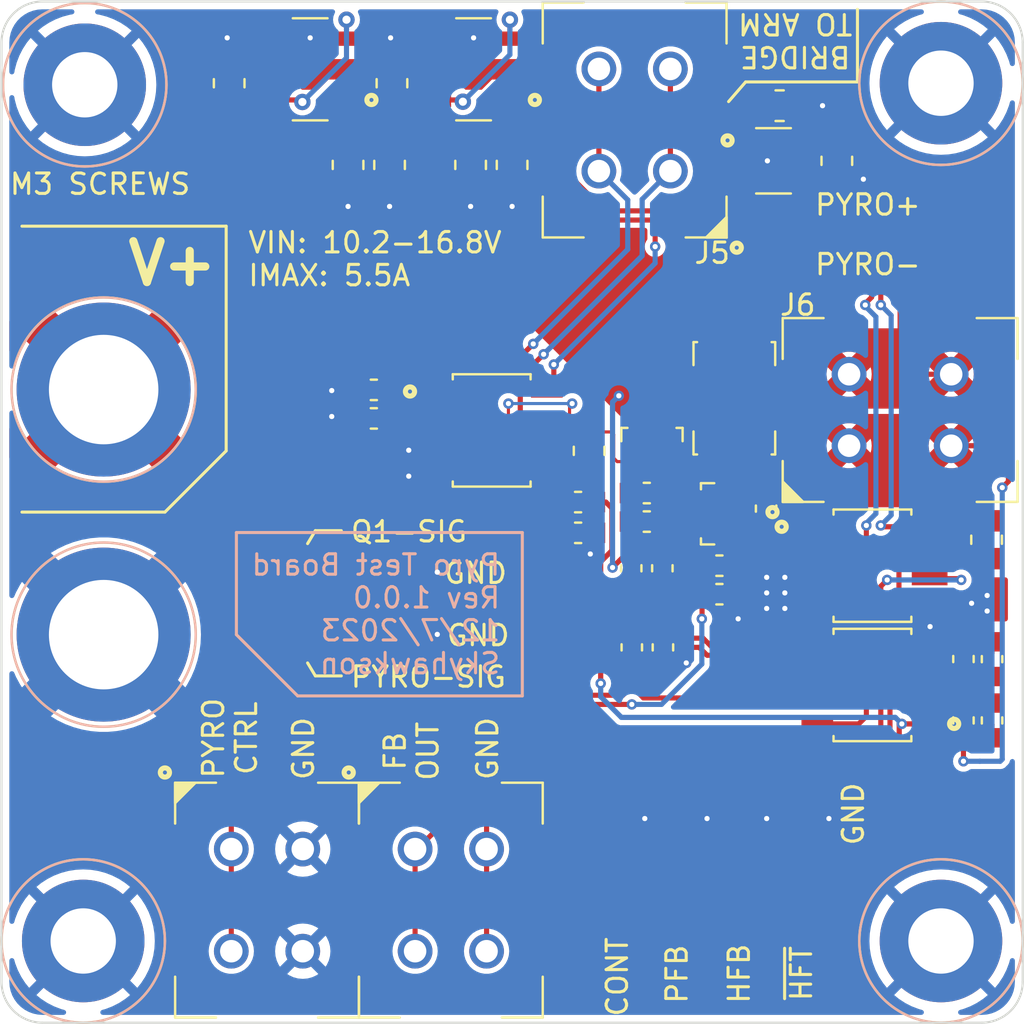
<source format=kicad_pcb>
(kicad_pcb (version 20221018) (generator pcbnew)
  (layers (0 "F.Cu" signal) (31 "B.Cu" signal) (34 "B.Paste" user) (35 "F.Paste" user) (36 "B.SilkS" user "B.Silkscreen") (37 "F.SilkS" user "F.Silkscreen") (38 "B.Mask" user) (39 "F.Mask" user) (44 "Edge.Cuts" user))
  (net 0 "")
  (net 1 "GND")
  (net 2 "+VPYRO")
  (net 3 "+12V")
  (net 4 "+3V3")
  (net 5 "Net-(Q1-B)")
  (net 6 "Net-(F1-Pad1)")
  (net 7 "Net-(F1-Pad2)")
  (net 8 "/Pyro Circuit/PYRO-CTRL")
  (net 9 "/Pyro Circuit/~{HALL-FAULT}")
  (net 10 "/Pyro Circuit/CONT_EN")
  (net 11 "/Pyro Circuit/FB_OUT")
  (net 12 "/Pyro Circuit/PYRO-SIG")
  (net 13 "Net-(Q2-E)")
  (net 14 "Net-(Q1-E)")
  (net 15 "Net-(Q3-G)")
  (net 16 "Net-(Q3-D)")
  (net 17 "/Pyro Circuit/PYRO-FB")
  (net 18 "Net-(U3B--)")
  (net 19 "Net-(U3B-+)")
  (net 20 "Net-(R10-Pad2)")
  (net 21 "/Pyro Circuit/ACS711-FB")
  (net 24 "Net-(U4B--)")
  (net 25 "+1V8")
  (net 26 "Net-(J5-Pad2)")
  (net 27 "Net-(R13-Pad1)")
  (net 28 "Net-(R14-Pad1)")
  (footprint "Skyhawkson_Footprints:GENERIC_0603_RES" (layer "F.Cu") (at 48.5 35.2 -90)
    (fp_text reference "R15" hide)
    (fp_text value "0R_0603" hide)
  )
  (footprint "Skyhawkson_Footprints:GENERIC_MH_M3" (layer "F.Cu") (at 4 46)
    (fp_text reference "MH2" hide)
    (fp_text value "M3_PTH" hide)
  )
  (footprint "Skyhawkson_Footprints:GENERIC_0603_RES" (layer "F.Cu") (at 35.151 29.02 180)
    (fp_text reference "R12" hide)
    (fp_text value "10K_0603" hide)
  )
  (footprint "Skyhawkson_Footprints:GENERIC_0805_CAP" (layer "F.Cu") (at 38.1 5.1 180)
    (fp_text reference "C10" hide)
    (fp_text value "1UF_0805" hide)
  )
  (footprint "Skyhawkson_Footprints:GENERIC_SOT-23" (layer "F.Cu") (at 31.849 21.527 90)
    (fp_text reference "Q1" hide)
    (fp_text value "MMBT2222A" hide)
  )
  (footprint "Skyhawkson_Footprints:GENERIC_SOT-23" (layer "F.Cu") (at 34.897 25.083 180)
    (fp_text reference "Q3" hide)
    (fp_text value "ONSEMI_BSS138" hide)
  )
  (footprint "Skyhawkson_Footprints:GENERIC_0805_CAP" (layer "F.Cu") (at 19 8 90)
    (fp_text reference "C2" hide)
    (fp_text value "1UF_0805" hide)
  )
  (footprint "Skyhawkson_Footprints:KEYSTONE_575-4" (layer "F.Cu") (at 5 19)
    (fp_text reference "J1" hide)
    (fp_text value "KEYSTONE_575-4" hide)
  )
  (footprint "Skyhawkson_Footprints:HARWIN_S1751-XX" (layer "F.Cu") (at 39 40 90)
    (fp_text reference "TP14" hide)
    (fp_text value "HARWIN_S1751-46" hide)
  )
  (footprint "Skyhawkson_Footprints:TOR_SOT-89-5" (layer "F.Cu") (at 23.114 3.319 180)
    (fp_text reference "U2" hide)
    (fp_text value "TOR_XC6702D331" hide)
  )
  (footprint "Skyhawkson_Footprints:GENERIC_0603_RES" (layer "F.Cu") (at 31.595 24.067 180)
    (fp_text reference "R10" hide)
    (fp_text value "1K33_0603" hide)
  )
  (footprint "Skyhawkson_Footprints:HARWIN_S1751-XX" (layer "F.Cu") (at 47 13)
    (fp_text reference "TP8" hide)
    (fp_text value "HARWIN_S1751-46" hide)
  )
  (footprint "Skyhawkson_Footprints:GENERIC_0603_RES" (layer "F.Cu") (at 18.23 20.412)
    (fp_text reference "R2" hide)
    (fp_text value "1K_0603" hide)
  )
  (footprint "Skyhawkson_Footprints:GENERIC_0603_RES" (layer "F.Cu") (at 28.23 24.51 180)
    (fp_text reference "R3" hide)
    (fp_text value "1K_0603" hide)
  )
  (footprint "Skyhawkson_Footprints:GENERIC_0805_CAP" (layer "F.Cu") (at 16.968 8 90)
    (fp_text reference "C3" hide)
    (fp_text value "1UF_0805" hide)
  )
  (footprint "Skyhawkson_Footprints:TOR_SOT-89-5" (layer "F.Cu") (at 15.113 3.319 180)
    (fp_text reference "U1" hide)
    (fp_text value "TOR_XC6702DC01" hide)
  )
  (footprint "Skyhawkson_Footprints:GENERIC_MH_M3" (layer "F.Cu") (at 4.075 4.075)
    (fp_text reference "MH1" hide)
    (fp_text value "M3_PTH" hide)
  )
  (footprint "Skyhawkson_Footprints:GENERIC_0603_RES" (layer "F.Cu") (at 30.861 31.623 90)
    (fp_text reference "R5" hide)
    (fp_text value "10K_0603" hide)
  )
  (footprint "Skyhawkson_Footprints:ALLEGRO_LC_(SOIC-8)" (layer "F.Cu") (at 42.644 27.623)
    (fp_text reference "U5" hide)
    (fp_text value "ALLEGRO_ACS711" hide)
  )
  (footprint "Skyhawkson_Footprints:HARWIN_S1751-XX" (layer "F.Cu") (at 36 40 90)
    (fp_text reference "TP13" hide)
    (fp_text value "HARWIN_S1751-46" hide)
  )
  (footprint "Skyhawkson_Footprints:GENERIC_0603_RES" (layer "F.Cu") (at 48.5 32.2 90)
    (fp_text reference "R17" hide)
    (fp_text value "49R9_0603" hide)
  )
  (footprint "Skyhawkson_Footprints:GENERIC_0603_RES" (layer "F.Cu") (at 28.233 26.015 180)
    (fp_text reference "R4" hide)
    (fp_text value "10K_0603" hide)
  )
  (footprint "Skyhawkson_Footprints:GENERIC_0603_RES" (layer "F.Cu") (at 47.1 32.195 90)
    (fp_text reference "R14" hide)
    (fp_text value "2K2_0603" hide)
  )
  (footprint "Skyhawkson_Footprints:GENERIC_MH_M3" (layer "F.Cu") (at 46 46)
    (fp_text reference "MH3" hide)
    (fp_text value "M3_PTH" hide)
  )
  (footprint "Skyhawkson_Footprints:KEYSTONE_575-4" (layer "F.Cu") (at 5 31)
    (fp_text reference "J2" hide)
    (fp_text value "KEYSTONE_575-4" hide)
  )
  (footprint "Skyhawkson_Footprints:GENERIC_0603_RES" (layer "F.Cu") (at 30.833 27.75 90)
    (fp_text reference "R6" hide)
    (fp_text value "10K_0603" hide)
  )
  (footprint "Skyhawkson_Footprints:TI_D0008A_(SOIC-8)" (layer "F.Cu") (at 42.644 33.465 180)
    (fp_text reference "U3" hide)
    (fp_text value "TI_LM358AMX/NOPB" hide)
  )
  (footprint "Skyhawkson_Footprints:GENERIC_0603_RES" (layer "F.Cu") (at 18.23 19.015)
    (fp_text reference "R1" hide)
    (fp_text value "1K_0603" hide)
  )
  (footprint "Skyhawkson_Footprints:PHOENIX_SPTAF1_2-3,5" (layer "F.Cu") (at 44 20 90)
    (fp_text reference "J6")
    (fp_text value "PHOENIX_SPTAF1/2-3,5" hide)
  )
  (footprint "Skyhawkson_Footprints:HARWIN_S1751-XX" (layer "F.Cu") (at 33 44 -90)
    (fp_text reference "TP11" hide)
    (fp_text value "HARWIN_S1751-46" hide)
  )
  (footprint "Skyhawkson_Footprints:GENERIC_0805_CAP" (layer "F.Cu") (at 40.9 7.8 90)
    (fp_text reference "C9" hide)
    (fp_text value "1UF_0805" hide)
  )
  (footprint "Skyhawkson_Footprints:GENERIC_0805_CAP" (layer "F.Cu") (at 22.968 8 90)
    (fp_text reference "C5" hide)
    (fp_text value "1UF_0805" hide)
  )
  (footprint "Skyhawkson_Footprints:HARWIN_S1751-XX" (layer "F.Cu") (at 15 28 180)
    (fp_text reference "TP5" hide)
    (fp_text value "HARWIN_S1751-46" hide)
  )
  (footprint "Skyhawkson_Footprints:HARWIN_S1751-XX" (layer "F.Cu") (at 30 40 90)
    (fp_text reference "TP3" hide)
    (fp_text value "HARWIN_S1751-46" hide)
  )
  (footprint "Skyhawkson_Footprints:TI_D0008A_(SOIC-8)" (layer "F.Cu") (at 24 21)
    (fp_text reference "U4" hide)
    (fp_text value "TI_LM358AMX/NOPB" hide)
  )
  (footprint "Skyhawkson_Footprints:GENERIC_0603_RES" (layer "F.Cu") (at 47.1 35.2 -90)
    (fp_text reference "R13" hide)
    (fp_text value "220R_0603" hide)
  )
  (footprint "Skyhawkson_Footprints:PHOENIX_SPTAF1_2-3,5" (layer "F.Cu") (at 31 5.802 180)
    (fp_text reference "J5")
    (fp_text value "PHOENIX_SPTAF1/2-3,5" hide)
  )
  (footprint "Skyhawkson_Footprints:HARWIN_S1751-XX" (layer "F.Cu") (at 47 10)
    (fp_text reference "TP7" hide)
    (fp_text value "HARWIN_S1751-46" hide)
  )
  (footprint "Skyhawkson_Footprints:HARWIN_S1751-XX" (layer "F.Cu") (at 36 44 -90)
    (fp_text reference "TP10" hide)
    (fp_text value "HARWIN_S1751-46" hide)
  )
  (footprint "Skyhawkson_Footprints:GENERIC_0603_RES" (layer "F.Cu") (at 32.385 31.623 90)
    (fp_text reference "R9" hide)
    (fp_text value "10K_0603" hide)
  )
  (footprint "Skyhawkson_Footprints:HARWIN_S1751-XX" (layer "F.Cu") (at 33 40 90)
    (fp_text reference "TP4" hide)
    (fp_text value "HARWIN_S1751-46" hide)
  )
  (footprint "Skyhawkson_Footprints:LF_0494_(0603)" (layer "F.Cu") (at 37.437 24.829 90)
    (fp_text reference "F1" hide)
    (fp_text value "LF_0494005" hide)
  )
  (footprint "Skyhawkson_Footprints:GENERIC_0805_CAP" (layer "F.Cu") (at 48.232 26.353 90)
    (fp_text reference "C8" hide)
    (fp_text value "1UF_0805" hide)
  )
  (footprint "Skyhawkson_Footprints:GENERIC_0603_RES" (layer "F.Cu") (at 32.357 27.75 90)
    (fp_text reference "R7" hide)
    (fp_text value "10K_0603" hide)
  )
  (footprint "Skyhawkson_Footprints:GENERIC_0603_RES" (layer "F.Cu") (at 31.595 25.464 180)
    (fp_text reference "R8" hide)
    (fp_text value "1K33_0603" hide)
  )
  (footprint "Skyhawkson_Footprints:MIC_SOT23-5LD-PL-1" (layer "F.Cu") (at 37.8 7.8)
    (fp_text reference "U6" hide)
    (fp_text value "MIC_MIC5504-1.8YM5" hide)
  )
  (footprint "Skyhawkson_Footprints:HARWIN_S1751-XX" (layer "F.Cu") (at 38.989 44 90)
    (fp_text reference "TP12" hide)
    (fp_text value "HARWIN_S1751-46" hide)
  )
  (footprint "Skyhawkson_Footprints:HARWIN_S1751-XX" (layer "F.Cu") (at 15 31)
    (fp_text reference "TP6" hide)
    (fp_text value "HARWIN_S1751-46" hide)
  )
  (footprint "Skyhawkson_Footprints:PHOENIX_SPTAF1_2-3,5" (layer "F.Cu") (at 22 44)
    (fp_text reference "J4" hide)
    (fp_text value "PHOENIX_SPTAF1/2-3,5" hide)
  )
  (footprint "Skyhawkson_Footprints:GENERIC_MH_M3" (layer "F.Cu") (at 46 4)
    (fp_text reference "MH4" hide)
    (fp_text value "M3_PTH" hide)
  )
  (footprint "Skyhawkson_Footprints:HARWIN_S1751-XX" (layer "F.Cu") (at 30 44 90)
    (fp_text reference "TP9" hide)
    (fp_text value "HARWIN_S1751-46" hide)
  )
  (footprint "Skyhawkson_Footprints:GENERIC_0805_CAP" (layer "F.Cu") (at 11.147 4 -90)
    (fp_text reference "C1" hide)
    (fp_text value "1UF_0805" hide)
  )
  (footprint "Skyhawkson_Footprints:GENERIC_0805_CAP" (layer "F.Cu") (at 25 8 90)
    (fp_text reference "C6" hide)
    (fp_text value "1UF_0805" hide)
  )
  (footprint "Skyhawkson_Footprints:GENERIC_0603_RES" (layer "F.Cu") (at 35.151 27.623 180)
    (fp_text reference "R11" hide)
    (fp_text value "10K_0603" hide)
  )
  (footprint "Skyhawkson_Footprints:GENERIC_0805_CAP" (layer "F.Cu") (at 28.771 22 -90)
    (fp_text reference "C7" hide)
    (fp_text value "1UF_0805" hide)
  )
  (footprint "Skyhawkson_Footprints:GENERIC_0805_CAP" (layer "F.Cu") (at 19.117 4 -90)
    (fp_text reference "C4" hide)
    (fp_text value "1UF_0805" hide)
  )
  (footprint "Skyhawkson_Footprints:DIODES_POWERDI5" (layer "F.Cu") (at 35.882 19.427 90)
    (fp_text reference "Q2" hide)
    (fp_text value "DXT2011P5-13" hide)
  )
  (footprint "Skyhawkson_Footprints:HARWIN_S1751-XX" (layer "F.Cu") (at 19 31)
    (fp_text reference "TP2" hide)
    (fp_text value "HARWIN_S1751-46" hide)
  )
  (footprint "Skyhawkson_Footprints:PHOENIX_SPTAF1_2-3,5" (layer "F.Cu") (at 13 44)
    (fp_text reference "J3" hide)
    (fp_text value "PHOENIX_SPTAF1/2-3,5" hide)
  )
  (footprint "Skyhawkson_Footprints:HARWIN_S1751-XX" (layer "F.Cu") (at 19 28)
    (fp_text reference "TP1" hide)
    (fp_text value "HARWIN_S1751-46" hide)
  )
  (gr_line (start 25.5 26) (end 24.5 26) (stroke (width 0.15)) (layer "B.SilkS"))
  (gr_line (start 25.5 34) (end 25.5 26) (stroke (width 0.15)) (layer "B.SilkS"))
  (gr_line (start 14.5 34) (end 25.5 34) (stroke (width 0.15)) (layer "B.SilkS"))
  (gr_line (start 24.5 26) (end 11.5 26) (stroke (width 0.15)) (layer "B.SilkS"))
  (gr_line (start 11.5 31) (end 14.5 34) (stroke (width 0.15)) (layer "B.SilkS"))
  (gr_line (start 11.5 26) (end 11.5 31) (stroke (width 0.15)) (layer "B.SilkS"))
  (gr_line (start 16.637 25.908) (end 15.367 25.908) (stroke (width 0.15)) (layer "F.SilkS"))
  (gr_line (start 8 25) (end 11 22) (stroke (width 0.15)) (layer "F.SilkS"))
  (gr_line (start 11 11) (end 1 11) (stroke (width 0.15)) (layer "F.SilkS"))
  (gr_line (start 16.637 33.02) (end 15.367 33.02) (stroke (width 0.15)) (layer "F.SilkS"))
  (gr_line (start 1 25) (end 8 25) (stroke (width 0.15)) (layer "F.SilkS"))
  (gr_line (start 11 22) (end 11 11) (stroke (width 0.15)) (layer "F.SilkS"))
  (gr_line (start 15.367 33.02) (end 14.986 32.385) (stroke (width 0.15)) (layer "F.SilkS"))
  (gr_line (start 41.91 3.937) (end 36.435 3.937) (stroke (width 0.15)) (layer "F.SilkS"))
  (gr_line (start 36.435 3.937) (end 35.6 4.9) (stroke (width 0.15)) (layer "F.SilkS"))
  (gr_line (start 41.91 0.381) (end 41.91 3.937) (stroke (width 0.15)) (layer "F.SilkS"))
  (gr_line (start 15.367 25.908) (end 14.986 26.543) (stroke (width 0.15)) (layer "F.SilkS"))
  (gr_line locked (start 2 0) (end 48 0) (stroke (width 0.1)) (layer "Edge.Cuts"))
  (gr_arc locked (start 50 48) (mid 49.414214 49.414214) (end 48 50) (stroke (width 0.1)) (layer "Edge.Cuts"))
  (gr_line locked (start 48 50) (end 2 50) (stroke (width 0.1)) (layer "Edge.Cuts"))
  (gr_line locked (start 0 48) (end 0 2) (stroke (width 0.1)) (layer "Edge.Cuts"))
  (gr_arc locked (start 2 50) (mid 0.585786 49.414214) (end 0 48) (stroke (width 0.1)) (layer "Edge.Cuts"))
  (gr_arc locked (start 48 0) (mid 49.414214 0.585786) (end 50 2) (stroke (width 0.1)) (layer "Edge.Cuts"))
  (gr_arc locked (start 0 2) (mid 0.585786 0.585786) (end 2 0) (stroke (width 0.1)) (layer "Edge.Cuts"))
  (gr_line locked (start 50 2) (end 50 48) (stroke (width 0.1)) (layer "Edge.Cuts"))
  (gr_text "Pyro Test Board\nRev 1.0.0\n12/7/2023\nSkyhawkson" (at 24.5 27) (layer "B.SilkS") (effects (font (size 1 1)) (justify left top mirror)))
  (gr_text "GND" (at 21.59 28.575) (layer "F.SilkS") (effects (font (size 1 1) (thickness 0.15) bold) (justify left bottom)))
  (gr_text "BRIDGE\nTO ARM" (at 38.862 0.508 180) (layer "F.SilkS") (effects (font (size 1 1) (thickness 0.15) bold) (justify bottom)))
  (gr_text "GND" (at 24.384 36.576 90) (layer "F.SilkS") (effects (font (size 1 1) (thickness 0.15) bold) (justify bottom)))
  (gr_text "PYRO-SIG" (at 17.018 33.655) (layer "F.SilkS") (effects (font (size 1 1) (thickness 0.15) bold) (justify left bottom)))
  (gr_text "~{HFT}" (at 39.751 49.022 90) (layer "F.SilkS") (effects (font (size 1 1) (thickness 0.15) bold) (justify left bottom)))
  (gr_text "GND" (at 15.367 36.576 90) (layer "F.SilkS") (effects (font (size 1 1) (thickness 0.15) bold) (justify bottom)))
  (gr_text "V+" (at 6 14) (layer "F.SilkS") (effects (font (size 2 2) (thickness 0.4) bold) (justify left bottom)))
  (gr_text "HFB" (at 36.703 49.149 90) (layer "F.SilkS") (effects (font (size 1 1) (thickness 0.15) bold) (justify left bottom)))
  (gr_text "M3 SCREWS" (at 4.826 9.525) (layer "F.SilkS") (effects (font (size 1 1) (thickness 0.15) bold) (justify bottom)))
  (gr_text "VIN: 10.2-16.8V\nIMAX: 5.5A" (at 12 14) (layer "F.SilkS") (effects (font (size 1 1) (thickness 0.15) bold) (justify left bottom)))
  (gr_text "Q1-SIG" (at 17.018 26.543) (layer "F.SilkS") (effects (font (size 1 1) (thickness 0.15) bold) (justify left bottom)))
  (gr_text "PYRO\nCTRL" (at 12.573 36.068 90) (layer "F.SilkS") (effects (font (size 1 1) (thickness 0.15) bold) (justify bottom)))
  (gr_text "FB\nOUT" (at 21.463 36.703 90) (layer "F.SilkS") (effects (font (size 1 1) (thickness 0.15) bold) (justify bottom)))
  (gr_text "PYRO-" (at 42.418 13.462) (layer "F.SilkS") (effects (font (size 1 1) (thickness 0.15) bold) (justify bottom)))
  (gr_text "GND" (at 21.717 31.623) (layer "F.SilkS") (effects (font (size 1 1) (thickness 0.15) bold) (justify left bottom)))
  (gr_text "PYRO+" (at 42.418 10.541) (layer "F.SilkS") (effects (font (size 1 1) (thickness 0.15) bold) (justify bottom)))
  (gr_text "GND" (at 42.291 41.402 90) (layer "F.SilkS") (effects (font (size 1 1)) (justify left bottom)))
  (gr_text "CONT" (at 30.734 49.784 90) (layer "F.SilkS") (effects (font (size 1 1) (thickness 0.15) bold) (justify left bottom)))
  (gr_text "PFB" (at 33.655 49.149 90) (layer "F.SilkS") (effects (font (size 1 1) (thickness 0.15) bold) (justify left bottom)))
  (segment (start 32.385 32.473) (end 33.44 32.473) (width 0.25) (layer "F.Cu") (net 1))
  (segment (start 33 40) (end 34.539 40) (width 0.1524) (layer "F.Cu") (net 1))
  (segment (start 16.261 20.412) (end 16.168 20.319) (width 0.1524) (layer "F.Cu") (net 1))
  (segment (start 48.26 28.448) (end 48.26 29.083) (width 0.254) (layer "F.Cu") (net 1))
  (segment (start 19.117 3.075) (end 19.117 1.845) (width 0.254) (layer "F.Cu") (net 1))
  (segment (start 40.508 40) (end 40.513 40.005) (width 0.1524) (layer "F.Cu") (net 1))
  (segment (start 11.147 3.075) (end 11.147 1.876) (width 0.254) (layer "F.Cu") (net 1))
  (segment (start 23.114 3.319) (end 23.114 1.778) (width 0.254) (layer "F.Cu") (net 1))
  (segment (start 15.113 3.319) (end 15.113 1.778) (width 0.254) (layer "F.Cu") (net 1))
  (segment (start 16.968 10.033) (end 16.968 8.925) (width 0.254) (layer "F.Cu") (net 1))
  (segment (start 17.38 20.412) (end 16.261 20.412) (width 0.1524) (layer "F.Cu") (net 1))
  (segment (start 40.9 8.725) (end 42.175 8.725) (width 0.25) (layer "F.Cu") (net 1))
  (segment (start 29.083 26.797) (end 28.829 27.051) (width 0.1524) (layer "F.Cu") (net 1))
  (segment (start 48.387 29.845) (end 48.26 29.845) (width 0.254) (layer "F.Cu") (net 1))
  (segment (start 45.344 30.729) (end 45.466 30.607) (width 0.254) (layer "F.Cu") (net 1))
  (segment (start 47.498 29.602) (end 47.3 29.8) (width 0.254) (layer "F.Cu") (net 1))
  (segment (start 36.525 7.8) (end 37.5 7.8) (width 0.25) (layer "F.Cu") (net 1))
  (segment (start 20.275 22.905) (end 21.3 22.905) (width 0.1524) (layer "F.Cu") (net 1))
  (segment (start 19 10.033) (end 19 8.925) (width 0.254) (layer "F.Cu") (net 1))
  (segment (start 36.001 30.159) (end 36.068 30.226) (width 0.254) (layer "F.Cu") (net 1))
  (segment (start 17.38 19.015) (end 16.202 19.015) (width 0.1524) (layer "F.Cu") (net 1))
  (segment (start 22.968 10.033) (end 22.968 8.925) (width 0.254) (layer "F.Cu") (net 1))
  (segment (start 36.001 29.02) (end 36.001 30.159) (width 0.254) (layer "F.Cu") (net 1))
  (segment (start 48.232 28.42) (end 48.26 28.448) (width 0.254) (layer "F.Cu") (net 1))
  (segment (start 19 31) (end 21.324 31) (width 0.254) (layer "F.Cu") (net 1))
  (segment (start 45.344 31.56) (end 45.344 30.729) (width 0.254) (layer "F.Cu") (net 1))
  (segment (start 47.1 30) (end 47.3 29.8) (width 0.25) (layer "F.Cu") (net 1))
  (segment (start 31.491 40) (end 31.496 40.005) (width 0.1524) (layer "F.Cu") (net 1))
  (segment (start 21.324 31) (end 21.336 30.988) (width 0.254) (layer "F.Cu") (net 1))
  (segment (start 47.1 31.345) (end 47.1 30) (width 0.25) (layer "F.Cu") (net 1))
  (segment (start 47.498 29.464) (end 47.498 29.602) (width 0.254) (layer "F.Cu") (net 1))
  (segment (start 20.275 21.635) (end 21.3 21.635) (width 0.1524) (layer "F.Cu") (net 1))
  (segment (start 16.202 19.015) (end 16.168 19.049) (width 0.1524) (layer "F.Cu") (net 1))
  (segment (start 48.232 27.278) (end 48.232 28.42) (width 0.254) (layer "F.Cu") (net 1))
  (segment (start 11.147 1.876) (end 11.049 1.778) (width 0.254) (layer "F.Cu") (net 1))
  (segment (start 33.44 32.473) (end 33.528 32.385) (width 0.25) (layer "F.Cu") (net 1))
  (segment (start 39 40) (end 40.508 40) (width 0.1524) (layer "F.Cu") (net 1))
  (segment (start 34.539 40) (end 34.544 40.005) (width 0.1524) (layer "F.Cu") (net 1))
  (segment (start 42.175 8.725) (end 42.2 8.7) (width 0.25) (layer "F.Cu") (net 1))
  (segment (start 37.46 40) (end 37.465 40.005) (width 0.1524) (layer "F.Cu") (net 1))
  (segment (start 19.939 23.241) (end 20.275 22.905) (width 0.1524) (layer "F.Cu") (net 1))
  (segment (start 29.083 26.015) (end 29.083 26.797) (width 0.1524) (layer "F.Cu") (net 1))
  (segment (start 19 28) (end 21.276 28) (width 0.254) (layer "F.Cu") (net 1))
  (segment (start 45.444 29.528) (end 46.927 29.528) (width 0.254) (layer "F.Cu") (net 1))
  (segment (start 36 40) (end 37.46 40) (width 0.1524) (layer "F.Cu") (net 1))
  (segment (start 30 40) (end 31.491 40) (width 0.1524) (layer "F.Cu") (net 1))
  (segment (start 39.025 5.1) (end 40.2 5.1) (width 0.25) (layer "F.Cu") (net 1))
  (segment (start 19.117 1.845) (end 19.05 1.778) (width 0.254) (layer "F.Cu") (net 1))
  (segment (start 46.991 29.464) (end 46.927 29.528) (width 0.254) (layer "F.Cu") (net 1))
  (segment (start 47.498 29.464) (end 46.991 29.464) (width 0.254) (layer "F.Cu") (net 1))
  (segment (start 19.939 21.971) (end 20.275 21.635) (width 0.1524) (layer "F.Cu") (net 1))
  (segment (start 21.276 28) (end 21.336 27.94) (width 0.254) (layer "F.Cu") (net 1))
  (segment (start 25 10.033) (end 25 8.925) (width 0.254) (layer "F.Cu") (net 1))
  (via (at 48.26 29.845) (size 0.508) (drill 0.254) (layers "F.Cu" "B.Cu") (net 1))
  (via (at 15.113 1.778) (size 0.508) (drill 0.254) (layers "F.Cu" "B.Cu") (net 1))
  (via (at 16.168 20.319) (size 0.508) (drill 0.254) (layers "F.Cu" "B.Cu") (net 1))
  (via (at 37.465 29.718) (size 0.508) (drill 0.254) (layers "F.Cu" "B.Cu") (net 1))
  (via (at 16.968 10.033) (size 0.508) (drill 0.254) (layers "F.Cu" "B.Cu") (net 1))
  (via (at 37.465 28.956) (size 0.508) (drill 0.254) (layers "F.Cu" "B.Cu") (net 1))
  (via (at 21.336 30.988) (size 0.508) (drill 0.254) (layers "F.Cu" "B.Cu") (net 1))
  (via (at 22.968 10.033) (size 0.508) (drill 0.254) (layers "F.Cu" "B.Cu") (net 1))
  (via (at 38.354 29.718) (size 0.508) (drill 0.254) (layers "F.Cu" "B.Cu") (net 1))
  (via (at 47.498 29.464) (size 0.508) (drill 0.254) (layers "F.Cu" "B.Cu") (net 1))
  (via (at 34.544 40.005) (size 0.508) (drill 0.254) (layers "F.Cu" "B.Cu") (net 1))
  (via (at 23.114 1.778) (size 0.508) (drill 0.254) (layers "F.Cu" "B.Cu") (net 1))
  (via (at 28.829 27.051) (size 0.508) (drill 0.254) (layers "F.Cu" "B.Cu") (net 1))
  (via (at 19.939 21.971) (size 0.508) (drill 0.254) (layers "F.Cu" "B.Cu") (net 1))
  (via (at 45.466 30.607) (size 0.508) (drill 0.254) (layers "F.Cu" "B.Cu") (net 1))
  (via (at 33.528 32.385) (size 0.508) (drill 0.254) (layers "F.Cu" "B.Cu") (net 1))
  (via (at 48.26 29.083) (size 0.508) (drill 0.254) (layers "F.Cu" "B.Cu") (net 1))
  (via (at 40.513 40.005) (size 0.508) (drill 0.254) (layers "F.Cu" "B.Cu") (net 1))
  (via (at 40.2 5.1) (size 0.508) (drill 0.254) (layers "F.Cu" "B.Cu") (net 1))
  (via (at 11.049 1.778) (size 0.508) (drill 0.254) (layers "F.Cu" "B.Cu") (net 1))
  (via (at 38.354 28.956) (size 0.508) (drill 0.254) (layers "F.Cu" "B.Cu") (net 1))
  (via (at 25 10.033) (size 0.508) (drill 0.254) (layers "F.Cu" "B.Cu") (net 1))
  (via (at 36.068 30.226) (size 0.508) (drill 0.254) (layers "F.Cu" "B.Cu") (net 1))
  (via (at 37.465 40.005) (size 0.508) (drill 0.254) (layers "F.Cu" "B.Cu") (net 1))
  (via (at 42.2 8.7) (size 0.508) (drill 0.254) (layers "F.Cu" "B.Cu") (net 1))
  (via (at 37.5 7.8) (size 0.508) (drill 0.254) (layers "F.Cu" "B.Cu") (net 1))
  (via (at 38.354 28.194) (size 0.508) (drill 0.254) (layers "F.Cu" "B.Cu") (net 1))
  (via (at 21.336 27.94) (size 0.508) (drill 0.254) (layers "F.Cu" "B.Cu") (net 1))
  (via (at 31.496 40.005) (size 0.508) (drill 0.254) (layers "F.Cu" "B.Cu") (net 1))
  (via (at 19.939 23.241) (size 0.508) (drill 0.254) (layers "F.Cu" "B.Cu") (net 1))
  (via (at 19 10.033) (size 0.508) (drill 0.254) (layers "F.Cu" "B.Cu") (net 1))
  (via (at 19.05 1.778) (size 0.508) (drill 0.254) (layers "F.Cu" "B.Cu") (net 1))
  (via (at 37.465 28.194) (size 0.508) (drill 0.254) (layers "F.Cu" "B.Cu") (net 1))
  (via (at 16.168 19.049) (size 0.508) (drill 0.254) (layers "F.Cu" "B.Cu") (net 1))
  (segment (start 16.891 1.747) (end 16.963 1.819) (width 0.25) (layer "F.Cu") (net 2))
  (segment (start 30.833 26.9) (end 30.732976 26.9) (width 0.254) (layer "F.Cu") (net 2))
  (segment (start 14.6325 4.819) (end 14.732 4.9185) (width 0.25) (layer "F.Cu") (net 2))
  (segment (start 30.732976 26.9) (end 29.9175 27.715476) (width 0.254) (layer "F.Cu") (net 2))
  (segment (start 30.833 26.9) (end 30.833 25.552) (width 0.254) (layer "F.Cu") (net 2))
  (segment (start 16.891 0.889) (end 16.891 1.747) (width 0.25) (layer "F.Cu") (net 2))
  (segment (start 30.833 25.552) (end 30.745 25.464) (width 0.254) (layer "F.Cu") (net 2))
  (segment (start 13.263 4.819) (end 14.6325 4.819) (width 0.25) (layer "F.Cu") (net 2))
  (via (at 29.9175 27.715476) (size 0.508) (drill 0.254) (layers "F.Cu" "B.Cu") (net 2))
  (via (at 30.226 19.304) (size 0.508) (drill 0.254) (layers "F.Cu" "B.Cu") (net 2))
  (via (at 14.732 4.9185) (size 0.8) (drill 0.4) (layers "F.Cu" "B.Cu") (net 2))
  (via (at 16.891 0.889) (size 0.8) (drill 0.4) (layers "F.Cu" "B.Cu") (net 2))
  (segment (start 14.732 4.9185) (end 16.891 2.7595) (width 0.25) (layer "B.Cu") (net 2))
  (segment (start 29.9175 27.715476) (end 29.9175 19.6125) (width 0.254) (layer "B.Cu") (net 2))
  (segment (start 16.891 2.7595) (end 16.891 0.889) (width 0.25) (layer "B.Cu") (net 2))
  (segment (start 29.9175 19.6125) (end 30.226 19.304) (width 0.254) (layer "B.Cu") (net 2))
  (segment (start 24.892 1.747) (end 24.964 1.819) (width 0.25) (layer "F.Cu") (net 3))
  (segment (start 32.004 10.704) (end 32 10.7) (width 0.25) (layer "F.Cu") (net 3))
  (segment (start 20.701 10.287) (end 21.114 10.7) (width 0.25) (layer "F.Cu") (net 3))
  (segment (start 27.04328 18.75172) (end 26.7 19.095) (width 0.25) (layer "F.Cu") (net 3))
  (segment (start 32 10.7) (end 41.9 10.7) (width 0.25) (layer "F.Cu") (net 3))
  (segment (start 20.41 7.075) (end 20.701 7.366) (width 0.25) (layer "F.Cu") (net 3))
  (segment (start 42.345497 34.997503) (end 41.973 35.37) (width 0.25) (layer "F.Cu") (net 3))
  (segment (start 42.603 14.478) (end 42.291 14.79) (width 0.25) (layer "F.Cu") (net 3))
  (segment (start 22.502753 4.819) (end 22.589098 4.905345) (width 0.25) (layer "F.Cu") (net 3))
  (segment (start 41.973 35.37) (end 39.944 35.37) (width 0.25) (layer "F.Cu") (net 3))
  (segment (start 24.892 0.889) (end 24.892 1.747) (width 0.25) (layer "F.Cu") (net 3))
  (segment (start 42.603 11.403) (end 42.603 14.478) (width 0.25) (layer "F.Cu") (net 3))
  (segment (start 42.345497 25.654) (end 42.345497 34.997503) (width 0.25) (layer "F.Cu") (net 3))
  (segment (start 21.264 4.819) (end 22.502753 4.819) (width 0.25) (layer "F.Cu") (net 3))
  (segment (start 20.701 7.366) (end 20.701 10.287) (width 0.25) (layer "F.Cu") (net 3))
  (segment (start 42.291 14.79) (end 42.291 14.859) (width 0.25) (layer "F.Cu") (net 3))
  (segment (start 27.04328 17.77228) (end 27.04328 18.75172) (width 0.25) (layer "F.Cu") (net 3))
  (segment (start 32.004 12) (end 32.004 10.704) (width 0.25) (layer "F.Cu") (net 3))
  (segment (start 21.114 10.7) (end 32 10.7) (width 0.25) (layer "F.Cu") (net 3))
  (segment (start 19 7.075) (end 20.41 7.075) (width 0.25) (layer "F.Cu") (net 3))
  (segment (start 41.9 10.7) (end 42.603 11.403) (width 0.25) (layer "F.Cu") (net 3))
  (via (at 42.291 14.859) (size 0.508) (drill 0.254) (layers "F.Cu" "B.Cu") (net 3))
  (via (at 27.04328 17.77228) (size 0.508) (drill 0.254) (layers "F.Cu" "B.Cu") (net 3))
  (via (at 32.004 12) (size 0.508) (drill 0.254) (layers "F.Cu" "B.Cu") (net 3))
  (via (at 42.345497 25.654) (size 0.508) (drill 0.254) (layers "F.Cu" "B.Cu") (net 3))
  (via (at 24.892 0.889) (size 0.8) (drill 0.4) (layers "F.Cu" "B.Cu") (net 3))
  (via (at 22.589098 4.905345) (size 0.8) (drill 0.4) (layers "F.Cu" "B.Cu") (net 3))
  (segment (start 42.291 14.91583) (end 42.81317 15.438) (width 0.25) (layer "B.Cu") (net 3))
  (segment (start 32.004 12) (end 32.004 12.81156) (width 0.25) (layer "B.Cu") (net 3))
  (segment (start 42.345497 25.542673) (end 42.345497 25.654) (width 0.25) (layer "B.Cu") (net 3))
  (segment (start 22.589098 4.905345) (end 24.892 2.602443) (width 0.25) (layer "B.Cu") (net 3))
  (segment (start 24.892 2.602443) (end 24.892 0.889) (width 0.25) (layer "B.Cu") (net 3))
  (segment (start 42.81317 25.075) (end 42.580085 25.308085) (width 0.25) (layer "B.Cu") (net 3))
  (segment (start 42.580085 25.308085) (end 42.345497 25.542673) (width 0.25) (layer "B.Cu") (net 3))
  (segment (start 32.004 12.81156) (end 27.04328 17.77228) (width 0.25) (layer "B.Cu") (net 3))
  (segment (start 42.291 14.859) (end 42.291 14.91583) (width 0.25) (layer "B.Cu") (net 3))
  (segment (start 42.81317 15.438) (end 42.81317 25.075) (width 0.25) (layer "B.Cu") (net 3))
  (segment (start 42.086396 10.25) (end 34.7 10.25) (width 0.25) (layer "F.Cu") (net 4))
  (segment (start 43.053 11.216604) (end 42.086396 10.25) (width 0.25) (layer "F.Cu") (net 4))
  (segment (start 28.075 8.788701) (end 28.075 8.771) (width 0.25) (layer "F.Cu") (net 4))
  (segment (start 46.926 25.718) (end 45.444 25.718) (width 0.254) (layer "F.Cu") (net 4))
  (segment (start 36.525 8.75) (end 34.75 8.75) (width 0.25) (layer "F.Cu") (net 4))
  (segment (start 48.232 25.428) (end 47.216 25.428) (width 0.254) (layer "F.Cu") (net 4))
  (segment (start 37.175 6.325) (end 37.175 5.1) (width 0.25) (layer "F.Cu") (net 4))
  (segment (start 45.444 25.718) (end 43.117 25.718) (width 0.254) (layer "F.Cu") (net 4))
  (segment (start 47.216 25.428) (end 46.926 25.718) (width 0.254) (layer "F.Cu") (net 4))
  (segment (start 36.65 6.85) (end 37.175 6.325) (width 0.25) (layer "F.Cu") (net 4))
  (segment (start 43.053 14.859) (end 43.053 11.216604) (width 0.25) (layer "F.Cu") (net 4))
  (segment (start 28.075 8.771) (end 26.379 7.075) (width 0.25) (layer "F.Cu") (net 4))
  (segment (start 34.7 5.9) (end 34.7 8.7) (width 0.25) (layer "F.Cu") (net 4))
  (segment (start 43.117 25.718) (end 43.053 25.654) (width 0.254) (layer "F.Cu") (net 4))
  (segment (start 37.175 5.1) (end 35.5 5.1) (width 0.25) (layer "F.Cu") (net 4))
  (segment (start 29.536299 10.25) (end 28.075 8.788701) (width 0.25) (layer "F.Cu") (net 4))
  (segment (start 26.379 7.075) (end 25 7.075) (width 0.25) (layer "F.Cu") (net 4))
  (segment (start 34.7 10.25) (end 29.536299 10.25) (width 0.25) (layer "F.Cu") (net 4))
  (segment (start 35.5 5.1) (end 34.7 5.9) (width 0.25) (layer "F.Cu") (net 4))
  (segment (start 34.7 8.7) (end 34.7 10.25) (width 0.25) (layer "F.Cu") (net 4))
  (segment (start 34.75 8.75) (end 34.7 8.7) (width 0.25) (layer "F.Cu") (net 4))
  (segment (start 36.525 6.85) (end 36.65 6.85) (width 0.25) (layer "F.Cu") (net 4))
  (via (at 43.053 25.654) (size 0.508) (drill 0.254) (layers "F.Cu" "B.Cu") (net 4))
  (via (at 43.053 14.859) (size 0.508) (drill 0.254) (layers "F.Cu" "B.Cu") (net 4))
  (segment (start 43.053 14.859) (end 43.561 15.367) (width 0.25) (layer "B.Cu") (net 4))
  (segment (start 43.561 15.367) (end 43.561 25.146) (width 0.25) (layer "B.Cu") (net 4))
  (segment (start 43.561 25.146) (end 43.053 25.654) (width 0.25) (layer "B.Cu") (net 4))
  (segment (start 29.972 22.352) (end 30.147 22.527) (width 0.1524) (layer "F.Cu") (net 5))
  (segment (start 15.24 26.416) (end 15 26.656) (width 0.1524) (layer "F.Cu") (net 5))
  (segment (start 29.972 21.209) (end 29.972 22.352) (width 0.1524) (layer "F.Cu") (net 5))
  (segment (start 15 26.656) (end 15 28) (width 0.1524) (layer "F.Cu") (net 5))
  (segment (start 24.13 26.416) (end 15.24 26.416) (width 0.1524) (layer "F.Cu") (net 5))
  (segment (start 27.813 20.365) (end 28.66 20.365) (width 0.1524) (layer "F.Cu") (net 5))
  (segment (start 27.813 20.365) (end 27.813 19.812) (width 0.1524) (layer "F.Cu") (net 5))
  (segment (start 26.7 20.365) (end 27.813 20.365) (width 0.1524) (layer "F.Cu") (net 5))
  (segment (start 28.771 21.075) (end 29.838 21.075) (width 0.1524) (layer "F.Cu") (net 5))
  (segment (start 24.8195 25.7265) (end 24.13 26.416) (width 0.1524) (layer "F.Cu") (net 5))
  (segment (start 24.8195 19.685) (end 24.8195 25.7265) (width 0.1524) (layer "F.Cu") (net 5))
  (segment (start 28.66 20.365) (end 28.771 20.476) (width 0.1524) (layer "F.Cu") (net 5))
  (segment (start 30.147 22.527) (end 30.899 22.527) (width 0.1524) (layer "F.Cu") (net 5))
  (segment (start 28.771 20.476) (end 28.771 21.075) (width 0.1524) (layer "F.Cu") (net 5))
  (segment (start 27.813 19.812) (end 27.94 19.685) (width 0.1524) (layer "F.Cu") (net 5))
  (segment (start 29.838 21.075) (end 29.972 21.209) (width 0.1524) (layer "F.Cu") (net 5))
  (via (at 24.8195 19.685) (size 0.508) (drill 0.254) (layers "F.Cu" "B.Cu") (net 5))
  (via (at 27.94 19.685) (size 0.508) (drill 0.254) (layers "F.Cu" "B.Cu") (net 5))
  (segment (start 27.94 19.685) (end 24.8195 19.685) (width 0.1524) (layer "B.Cu") (net 5))
  (segment (start 48.25 21.75) (end 46.5 21.75) (width 0.254) (layer "F.Cu") (net 7))
  (segment (start 47 14) (end 48.848 15.848) (width 0.254) (layer "F.Cu") (net 7))
  (segment (start 48.848 21.152) (end 48.25 21.75) (width 0.254) (layer "F.Cu") (net 7))
  (segment (start 48.848 15.848) (end 48.848 21.152) (width 0.254) (layer "F.Cu") (net 7))
  (segment (start 46.5 21.75) (end 47.25 21.75) (width 0.25) (layer "F.Cu") (net 7))
  (segment (start 47 13) (end 47 14) (width 0.254) (layer "F.Cu") (net 7))
  (segment (start 11.25 24.564) (end 11.25 41.5) (width 0.254) (layer "F.Cu") (net 8))
  (segment (start 19.371341 21.717) (end 14.097 21.717) (width 0.254) (layer "F.Cu") (net 8))
  (segment (start 21.3 20.365) (end 20.723341 20.365) (width 0.254) (layer "F.Cu") (net 8))
  (segment (start 11.25 41.5) (end 11.25 46.5) (width 0.25) (layer "F.Cu") (net 8))
  (segment (start 20.723341 20.365) (end 19.371341 21.717) (width 0.254) (layer "F.Cu") (net 8))
  (segment (start 14.097 21.717) (end 11.25 24.564) (width 0.254) (layer "F.Cu") (net 8))
  (segment (start 46.927 28.258) (end 46.99 28.321) (width 0.25) (layer "F.Cu") (net 9))
  (segment (start 38.989 45.834) (end 38.989 44) (width 0.25) (layer "F.Cu") (net 9))
  (segment (start 40.881 43.82238) (end 40.881 46.23538) (width 0.25) (layer "F.Cu") (net 9))
  (segment (start 43.053 41.65038) (end 40.881 43.82238) (width 0.25) (layer "F.Cu") (net 9))
  (segment (start 43.3635 28.321) (end 43.053 28.6315) (width 0.25) (layer "F.Cu") (net 9))
  (segment (start 39.497 46.342) (end 38.989 45.834) (width 0.25) (layer "F.Cu") (net 9))
  (segment (start 40.77438 46.342) (end 39.497 46.342) (width 0.25) (layer "F.Cu") (net 9))
  (segment (start 45.444 28.258) (end 46.927 28.258) (width 0.25) (layer "F.Cu") (net 9))
  (segment (start 43.053 28.6315) (end 43.053 41.65038) (width 0.25) (layer "F.Cu") (net 9))
  (segment (start 40.881 46.23538) (end 40.77438 46.342) (width 0.25) (layer "F.Cu") (net 9))
  (via (at 46.99 28.321) (size 0.508) (drill 0.254) (layers "F.Cu" "B.Cu") (net 9))
  (via (at 43.3635 28.321) (size 0.508) (drill 0.254) (layers "F.Cu" "B.Cu") (net 9))
  (segment (start 46.99 28.321) (end 43.3635 28.321) (width 0.25) (layer "B.Cu") (net 9))
  (segment (start 23.75 38.735396) (end 23.75 41.5) (width 0.25) (layer "F.Cu") (net 10))
  (segment (start 34.301 29.02) (end 34.301 30.215) (width 0.25) (layer "F.Cu") (net 10))
  (segment (start 28.068396 34.417) (end 23.75 38.735396) (width 0.25) (layer "F.Cu") (net 10))
  (segment (start 34.301 27.623) (end 34.301 29.02) (width 0.25) (layer "F.Cu") (net 10))
  (segment (start 30.861 34.417) (end 28.068396 34.417) (width 0.25) (layer "F.Cu") (net 10))
  (segment (start 34.301 30.215) (end 34.29 30.226) (width 0.25) (layer "F.Cu") (net 10))
  (segment (start 23.808 44) (end 23.75 43.942) (width 0.254) (layer "F.Cu") (net 10))
  (segment (start 30 44) (end 23.808 44) (width 0.254) (layer "F.Cu") (net 10))
  (segment (start 23.75 41.5) (end 23.75 43.942) (width 0.25) (layer "F.Cu") (net 10))
  (segment (start 23.75 43.942) (end 23.75 46.5) (width 0.25) (layer "F.Cu") (net 10))
  (via (at 34.29 30.226) (size 0.508) (drill 0.254) (layers "F.Cu" "B.Cu") (net 10))
  (via (at 30.861 34.417) (size 0.508) (drill 0.254) (layers "F.Cu" "B.Cu") (net 10))
  (segment (start 32.31483 34.417) (end 30.861 34.417) (width 0.25) (layer "B.Cu") (net 10))
  (segment (start 34.29 30.226) (end 34.29 32.44183) (width 0.25) (layer "B.Cu") (net 10))
  (segment (start 34.29 32.44183) (end 32.31483 34.417) (width 0.25) (layer "B.Cu") (net 10))
  (segment (start 30.861 33.528) (end 30.422 33.967) (width 0.25) (layer "F.Cu") (net 11))
  (segment (start 31.433 34.1) (end 30.861 33.528) (width 0.25) (layer "F.Cu") (net 11))
  (segment (start 30.861 33.528) (end 30.861 32.473) (width 0.25) (layer "F.Cu") (net 11))
  (segment (start 20.349 41.5) (end 20.25 41.5) (width 0.25) (layer "F.Cu") (net 11))
  (segment (start 27.882 33.967) (end 20.349 41.5) (width 0.25) (layer "F.Cu") (net 11))
  (segment (start 39.944 34.1) (end 31.433 34.1) (width 0.25) (layer "F.Cu") (net 11))
  (segment (start 30.422 33.967) (end 27.882 33.967) (width 0.25) (layer "F.Cu") (net 11))
  (segment (start 20.25 41.5) (end 20.25 46.5) (width 0.25) (layer "F.Cu") (net 11))
  (segment (start 25.4 22.9) (end 25.4 25.781) (width 0.254) (layer "F.Cu") (net 12))
  (segment (start 25.405 22.905) (end 25.4 22.9) (width 0.25) (layer "F.Cu") (net 12))
  (segment (start 25.4 26.035) (end 21.971 29.464) (width 0.254) (layer "F.Cu") (net 12))
  (segment (start 32.75 8.302) (end 32.75 3.302) (width 0.254) (layer "F.Cu") (net 12))
  (segment (start 25.4 21.635) (end 25.4 18.415) (width 0.254) (layer "F.Cu") (net 12))
  (segment (start 25.4 18.415) (end 26.543 17.272) (width 0.254) (layer "F.Cu") (net 12))
  (segment (start 15.113 30.887) (end 15 31) (width 0.254) (layer "F.Cu") (net 12))
  (segment (start 25.4 25.781) (end 25.654 26.035) (width 0.254) (layer "F.Cu") (net 12))
  (segment (start 21.971 29.464) (end 15.367 29.464) (width 0.254) (layer "F.Cu") (net 12))
  (segment (start 15.113 29.718) (end 15.113 30.887) (width 0.254) (layer "F.Cu") (net 12))
  (segment (start 15.367 29.464) (end 15.113 29.718) (width 0.254) (layer "F.Cu") (net 12))
  (segment (start 26.7 22.905) (end 25.405 22.905) (width 0.25) (layer "F.Cu") (net 12))
  (segment (start 25.4 25.781) (end 25.4 26.035) (width 0.254) (layer "F.Cu") (net 12))
  (segment (start 25.4 21.635) (end 25.4 22.9) (width 0.254) (layer "F.Cu") (net 12))
  (segment (start 27.363 26.035) (end 27.383 26.015) (width 0.254) (layer "F.Cu") (net 12))
  (segment (start 25.654 26.035) (end 27.363 26.035) (width 0.254) (layer "F.Cu") (net 12))
  (via (at 26.543 17.272) (size 0.508) (drill 0.254) (layers "F.Cu" "B.Cu") (net 12))
  (segment (start 31.369 12.446) (end 26.543 17.272) (width 0.254) (layer "B.Cu") (net 12))
  (segment (start 31.369 9.683) (end 31.369 12.446) (width 0.254) (layer "B.Cu") (net 12))
  (segment (start 31.369 9.683) (end 32.75 8.302) (width 0.254) (layer "B.Cu") (net 12))
  (segment (start 36.5 22.591) (end 36.802 22.289) (width 0.25) (layer "F.Cu") (net 13))
  (segment (start 45.25 18.25) (end 46.5 18.25) (width 0.254) (layer "F.Cu") (net 13))
  (segment (start 35.897 24.133) (end 35.967 24.133) (width 0.25) (layer "F.Cu") (net 13))
  (segment (start 45 10) (end 44 11) (width 0.254) (layer "F.Cu") (net 13))
  (segment (start 36.5 23.6) (end 36.5 22.591) (width 0.25) (layer "F.Cu") (net 13))
  (segment (start 35.967 24.133) (end 36.5 23.6) (width 0.25) (layer "F.Cu") (net 13))
  (segment (start 47 10) (end 45 10) (width 0.254) (layer "F.Cu") (net 13))
  (segment (start 44 11) (end 44 17) (width 0.254) (layer "F.Cu") (net 13))
  (segment (start 44 17) (end 45.25 18.25) (width 0.254) (layer "F.Cu") (net 13))
  (segment (start 34.724 22.527) (end 34.962 22.289) (width 0.25) (layer "F.Cu") (net 14))
  (segment (start 32.799 22.527) (end 34.724 22.527) (width 0.25) (layer "F.Cu") (net 14))
  (segment (start 36.001 26.137) (end 35.897 26.033) (width 0.254) (layer "F.Cu") (net 15))
  (segment (start 36.001 27.623) (end 36.001 26.137) (width 0.254) (layer "F.Cu") (net 15))
  (segment (start 33.897 25.083) (end 33.897 24.499) (width 0.254) (layer "F.Cu") (net 16))
  (segment (start 33.897 24.499) (end 33.465 24.067) (width 0.254) (layer "F.Cu") (net 16))
  (segment (start 33.465 24.067) (end 32.445 24.067) (width 0.254) (layer "F.Cu") (net 16))
  (segment (start 45.344 35.37) (end 43.955 35.37) (width 0.254) (layer "F.Cu") (net 17))
  (segment (start 29.885 24.805) (end 29.59 24.51) (width 0.254) (layer "F.Cu") (net 17))
  (segment (start 48.5 36.05) (end 48.5 35.4) (width 0.25) (layer "F.Cu") (net 17))
  (segment (start 48.35 35.25) (end 45.464 35.25) (width 0.25) (layer "F.Cu") (net 17))
  (segment (start 48.5 35.4) (end 48.35 35.25) (width 0.25) (layer "F.Cu") (net 17))
  (segment (start 29.885 26.884) (end 29.885 24.805) (width 0.254) (layer "F.Cu") (net 17))
  (segment (start 41.783 44.196) (end 41.783 46.609) (width 0.254) (layer "F.Cu") (net 17))
  (segment (start 29.59 24.51) (end 29.08 24.51) (width 0.254) (layer "F.Cu") (net 17))
  (segment (start 34.036 47.244) (end 33 46.208) (width 0.254) (layer "F.Cu") (net 17))
  (segment (start 45.464 35.25) (end 45.344 35.37) (width 0.25) (layer "F.Cu") (net 17))
  (segment (start 41.783 46.609) (end 41.148 47.244) (width 0.254) (layer "F.Cu") (net 17))
  (segment (start 29.337 27.432) (end 29.885 26.884) (width 0.254) (layer "F.Cu") (net 17))
  (segment (start 43.955 35.37) (end 43.955 42.024) (width 0.254) (layer "F.Cu") (net 17))
  (segment (start 41.148 47.244) (end 34.036 47.244) (width 0.254) (layer "F.Cu") (net 17))
  (segment (start 43.955 42.024) (end 41.783 44.196) (width 0.254) (layer "F.Cu") (net 17))
  (segment (start 44.0815 35.37) (end 43.955 35.37) (width 0.254) (layer "F.Cu") (net 17))
  (segment (start 29.337 33.3885) (end 29.337 27.432) (width 0.254) (layer "F.Cu") (net 17))
  (segment (start 33 46.208) (end 33 44) (width 0.254) (layer "F.Cu") (net 17))
  (via (at 29.337 33.3885) (size 0.508) (drill 0.254) (layers "F.Cu" "B.Cu") (net 17))
  (via (at 44.0815 35.37) (size 0.508) (drill 0.254) (layers "F.Cu" "B.Cu") (net 17))
  (segment (start 44.0815 35.37) (end 43.7635 35.052) (width 0.254) (layer "B.Cu") (net 17))
  (segment (start 29.337 34.036) (end 29.337 33.3885) (width 0.254) (layer "B.Cu") (net 17))
  (segment (start 43.7635 35.052) (end 30.353 35.052) (width 0.254) (layer "B.Cu") (net 17))
  (segment (start 30.353 35.052) (end 29.337 34.036) (width 0.254) (layer "B.Cu") (net 17))
  (segment (start 39.047 32.83) (end 38.227 32.01) (width 0.25) (layer "F.Cu") (net 18))
  (segment (start 39.944 32.83) (end 39.047 32.83) (width 0.25) (layer "F.Cu") (net 18))
  (segment (start 38.227 32.01) (end 34.548604 32.01) (width 0.25) (layer "F.Cu") (net 18))
  (segment (start 30.861 28.628) (end 30.833 28.6) (width 0.25) (layer "F.Cu") (net 18))
  (segment (start 30.861 30.773) (end 30.861 28.628) (width 0.25) (layer "F.Cu") (net 18))
  (segment (start 34.161604 31.623) (end 31.711 31.623) (width 0.25) (layer "F.Cu") (net 18))
  (segment (start 34.548604 32.01) (end 34.161604 31.623) (width 0.25) (layer "F.Cu") (net 18))
  (segment (start 31.711 31.623) (end 30.861 30.773) (width 0.25) (layer "F.Cu") (net 18))
  (segment (start 34.348 31.173) (end 32.785 31.173) (width 0.25) (layer "F.Cu") (net 19))
  (segment (start 32.385 28.628) (end 32.357 28.6) (width 0.25) (layer "F.Cu") (net 19))
  (segment (start 32.785 31.173) (end 32.385 30.773) (width 0.25) (layer "F.Cu") (net 19))
  (segment (start 32.385 30.773) (end 32.385 28.628) (width 0.25) (layer "F.Cu") (net 19))
  (segment (start 34.735 31.56) (end 34.348 31.173) (width 0.25) (layer "F.Cu") (net 19))
  (segment (start 39.944 31.56) (end 34.735 31.56) (width 0.25) (layer "F.Cu") (net 19))
  (segment (start 31.514 24.765) (end 31.623 24.765) (width 0.254) (layer "F.Cu") (net 20))
  (segment (start 31.623 24.765) (end 32.322 25.464) (width 0.254) (layer "F.Cu") (net 20))
  (segment (start 30.745 24.067) (end 30.816 24.067) (width 0.254) (layer "F.Cu") (net 20))
  (segment (start 30.816 24.067) (end 31.514 24.765) (width 0.254) (layer "F.Cu") (net 20))
  (segment (start 32.357 25.552) (end 32.445 25.464) (width 0.254) (layer "F.Cu") (net 20))
  (segment (start 32.357 26.9) (end 32.357 25.552) (width 0.254) (layer "F.Cu") (net 20))
  (segment (start 32.322 25.464) (end 32.445 25.464) (width 0.254) (layer "F.Cu") (net 20))
  (segment (start 41.331 44.008776) (end 41.331 46.421776) (width 0.25) (layer "F.Cu") (net 21))
  (segment (start 43.942 32.2) (end 43.942 27.178) (width 0.25) (layer "F.Cu") (net 21))
  (segment (start 40.960776 46.792) (end 36.83 46.792) (width 0.25) (layer "F.Cu") (net 21))
  (segment (start 48.5 31.9) (end 48.215 32.185) (width 0.25) (layer "F.Cu") (net 21))
  (segment (start 36.83 46.792) (end 36 45.962) (width 0.25) (layer "F.Cu") (net 21))
  (segment (start 41.331 46.421776) (end 40.960776 46.792) (width 0.25) (layer "F.Cu") (net 21))
  (segment (start 48.5 31.35) (end 48.5 31.9) (width 0.25) (layer "F.Cu") (net 21))
  (segment (start 43.942 32.639) (end 43.942 32.2) (width 0.25) (layer "F.Cu") (net 21))
  (segment (start 43.942 33.147) (end 43.503 33.586) (width 0.25) (layer "F.Cu") (net 21))
  (segment (start 44.132 26.988) (end 45.444 26.988) (width 0.25) (layer "F.Cu") (net 21))
  (segment (start 48.215 32.185) (end 43.957 32.185) (width 0.25) (layer "F.Cu") (net 21))
  (segment (start 43.942 27.178) (end 44.132 26.988) (width 0.25) (layer "F.Cu") (net 21))
  (segment (start 43.957 32.185) (end 43.942 32.2) (width 0.25) (layer "F.Cu") (net 21))
  (segment (start 43.503 33.586) (end 43.503 41.836776) (width 0.25) (layer "F.Cu") (net 21))
  (segment (start 43.942 32.639) (end 43.942 33.147) (width 0.25) (layer "F.Cu") (net 21))
  (segment (start 43.503 41.836776) (end 41.331 44.008776) (width 0.25) (layer "F.Cu") (net 21))
  (segment (start 36 45.962) (end 36 44) (width 0.25) (layer "F.Cu") (net 21))
  (segment (start 28 22) (end 28.6 22) (width 0.25) (layer "F.Cu") (net 24))
  (segment (start 26.7 22.2) (end 26.78 22.28) (width 0.25) (layer "F.Cu") (net 24))
  (segment (start 28.2 24.3) (end 27.99 24.51) (width 0.25) (layer "F.Cu") (net 24))
  (segment (start 28.6 22) (end 28.771 22.171) (width 0.25) (layer "F.Cu") (net 24))
  (segment (start 28.771 22.171) (end 28.771 22.925) (width 0.25) (layer "F.Cu") (net 24))
  (segment (start 26.7 21.635) (end 26.7 22.2) (width 0.25) (layer "F.Cu") (net 24))
  (segment (start 27.72 22.28) (end 28 22) (width 0.25) (layer "F.Cu") (net 24))
  (segment (start 27.99 24.51) (end 27.38 24.51) (width 0.25) (layer "F.Cu") (net 24))
  (segment (start 28.771 22.925) (end 28.475 22.925) (width 0.25) (layer "F.Cu") (net 24))
  (segment (start 26.78 22.28) (end 27.72 22.28) (width 0.25) (layer "F.Cu") (net 24))
  (segment (start 28.475 22.925) (end 28.2 23.2) (width 0.25) (layer "F.Cu") (net 24))
  (segment (start 28.2 23.2) (end 28.2 24.3) (width 0.25) (layer "F.Cu") (net 24))
  (segment (start 49.3 8.7) (end 49 8.4) (width 0.25) (layer "F.Cu") (net 25))
  (segment (start 42.575 6.875) (end 40.9 6.875) (width 0.25) (layer "F.Cu") (net 25))
  (segment (start 44.1 8.4) (end 42.575 6.875) (width 0.25) (layer "F.Cu") (net 25))
  (segment (start 40.9 6.875) (end 39.1 6.875) (width 0.25) (layer "F.Cu") (net 25))
  (segment (start 49 23.8) (end 49.3 23.5) (width 0.25) (layer "F.Cu") (net 25))
  (segment (start 39.1 6.875) (end 39.075 6.85) (width 0.25) (layer "F.Cu") (net 25))
  (segment (start 49.3 23.5) (end 49.3 8.7) (width 0.25) (layer "F.Cu") (net 25))
  (segment (start 49 8.4) (end 44.1 8.4) (width 0.25) (layer "F.Cu") (net 25))
  (segment (start 47.1 36.05) (end 47.1 37.2) (width 0.25) (layer "F.Cu") (net 25))
  (via (at 49 23.8) (size 0.508) (drill 0.254) (layers "F.Cu" "B.Cu") (net 25))
  (via (at 47.1 37.2) (size 0.508) (drill 0.254) (layers "F.Cu" "B.Cu") (net 25))
  (segment (start 49 30.1) (end 49 23.8) (width 0.25) (layer "B.Cu") (net 25))
  (segment (start 49 37.1) (end 49 30.1) (width 0.25) (layer "B.Cu") (net 25))
  (segment (start 47.1 37.2) (end 47.9 37.2) (width 0.25) (layer "B.Cu") (net 25))
  (segment (start 47.9 37.2) (end 48.9 37.2) (width 0.25) (layer "B.Cu") (net 25))
  (segment (start 48.9 37.2) (end 49 37.1) (width 0.25) (layer "B.Cu") (net 25))
  (segment (start 21.3 19.095) (end 19.16 19.095) (width 0.1524) (layer "F.Cu") (net 26))
  (segment (start 19.16 19.095) (end 19.08 19.015) (width 0.1524) (layer "F.Cu") (net 26))
  (segment (start 26.035 16.764) (end 23.704 19.095) (width 0.254) (layer "F.Cu") (net 26))
  (segment (start 29.25 3.302) (end 29.25 8.302) (width 0.254) (layer "F.Cu") (net 26))
  (segment (start 19.08 20.412) (end 19.08 19.015) (width 0.1524) (layer "F.Cu") (net 26))
  (segment (start 23.704 19.095) (end 21.3 19.095) (width 0.254) (layer "F.Cu") (net 26))
  (via (at 26.035 16.764) (size 0.508) (drill 0.254) (layers "F.Cu" "B.Cu") (net 26))
  (segment (start 30.661497 9.713497) (end 29.25 8.302) (width 0.254) (layer "B.Cu") (net 26))
  (segment (start 30.661497 12.137503) (end 26.035 16.764) (width 0.254) (layer "B.Cu") (net 26))
  (segment (start 30.661497 9.713497) (end 30.661497 12.137503) (width 0.254) (layer "B.Cu") (net 26))
  (segment (start 46.4 34.2) (end 46.95 34.2) (width 0.25) (layer "F.Cu") (net 27))
  (segment (start 45.344 34.1) (end 46.3 34.1) (width 0.25) (layer "F.Cu") (net 27))
  (segment (start 46.3 34.1) (end 46.4 34.2) (width 0.25) (layer "F.Cu") (net 27))
  (segment (start 46.95 34.2) (end 47.1 34.35) (width 0.25) (layer "F.Cu") (net 27))
  (segment (start 47.1 34.35) (end 48.5 34.35) (width 0.25) (layer "F.Cu") (net 27))
  (segment (start 45.344 32.83) (end 46.885 32.83) (width 0.25) (layer "F.Cu") (net 28))
  (segment (start 48.5 33.05) (end 47.105 33.05) (width 0.25) (layer "F.Cu") (net 28))
  (segment (start 47.105 33.05) (end 47.1 33.045) (width 0.25) (layer "F.Cu") (net 28))
  (segment (start 46.885 32.83) (end 47.1 33.045) (width 0.25) (layer "F.Cu") (net 28))
  (zone (net 3) (net_name "+12V") (layer "F.Cu") (priority 7) (connect_pads thru_hole_only (clearance 0.254)) (min_thickness 0.25) (fill yes (thermal_gap 0.5) (thermal_bridge_width 0.5))
    (polygon (pts (xy 16.129 7.747) (xy 21.336 7.747) (xy 21.336 4.191) (xy 16.129 4.191)))
  )
  (zone (net 13) (net_name "Net-(Q2-E)") (layer "F.Cu") (priority 2) (connect_pads thru_hole_only (clearance 0.254)) (min_thickness 0.25) (fill yes (thermal_gap 0.254) (thermal_bridge_width 1))
    (polygon (pts (xy 36 21) (xy 36 23.254) (xy 37.685 23.2475) (xy 38.989 23.241) (xy 39.751 22.606) (xy 39.751 20) (xy 48 20) (xy 48 16) (xy 38.862 16.002) (xy 37.746 17) (xy 37.746 21)))
  )
  (zone (net 2) (net_name "+VPYRO") (layer "F.Cu") (priority 1) (connect_pads (clearance 0.254)) (min_thickness 0.25) (fill yes (thermal_gap 0.5) (thermal_bridge_width 2))
    (polygon (pts (xy 2 14) (xy 0 16) (xy 0 22) (xy 3 25) (xy 8 25) (xy 11 22) (xy 11 17) (xy 12 16) (xy 26 16) (xy 31 21) (xy 37.492 21) (xy 37.492 11) (xy 14 11) (xy 14 4) (xy 11 4)))
  )
  (zone (net 7) (net_name "Net-(F1-Pad2)") (layer "F.Cu") (priority 3) (connect_pads thru_hole_only (clearance 0.254)) (min_thickness 0.25) (fill yes (thermal_gap 0.254) (thermal_bridge_width 1))
    (polygon (pts (xy 48.006 20.193) (xy 48 24) (xy 47.117 24.765) (xy 38.227 24.765) (xy 36.83 24.765) (xy 36.83 23.495) (xy 38.989 23.495) (xy 40.005 22.606) (xy 40.005 20.193)))
  )
  (zone (net 1) (net_name "GND") (layer "F.Cu") (priority 5) (connect_pads (clearance 0.254)) (min_thickness 0.25) (fill yes (thermal_gap 0.125) (thermal_bridge_width 0.5))
    (polygon (pts (xy 40.132 27.813) (xy 40.132 30.099) (xy 37.338 30.099) (xy 37.084 29.845) (xy 37.084 28.067) (xy 37.338 27.813)))
  )
  (zone (net 6) (net_name "Net-(F1-Pad1)") (layer "F.Cu") (priority 4) (connect_pads (clearance 0.5)) (min_thickness 0.25) (fill yes (thermal_gap 0.125) (thermal_bridge_width 0.5))
    (polygon (pts (xy 36.83 25.019) (xy 36.83 26.162) (xy 38.227 27.305) (xy 40.132 27.305) (xy 40.132 25.019)))
  )
  (zone (net 4) (net_name "+3V3") (layer "F.Cu") (priority 8) (connect_pads thru_hole_only (clearance 0.254)) (min_thickness 0.25) (fill yes (thermal_gap 0.5) (thermal_bridge_width 0.5))
    (polygon (pts (xy 25.781 4.191) (xy 25.781 7.747) (xy 21.59 7.747) (xy 21.59 5.588) (xy 23.749 5.588) (xy 24.003 5.334) (xy 24.003 4.191)))
  )
  (zone (net 1) (net_name "GND") (layer "F.Cu") (priority 6) (connect_pads (clearance 0.254)) (min_thickness 0.25) (fill yes (thermal_gap 0.125) (thermal_bridge_width 0.5))
    (polygon (pts (xy 49.276 30.353) (xy 49.276 28.194) (xy 47.498 28.194) (xy 47.498 28.956) (xy 46.609 28.956) (xy 46.609 30.353)))
  )
  (zone locked (net 1) (net_name "GND") (layer "B.Cu") (connect_pads (clearance 0.254)) (min_thickness 0.25) (fill yes (thermal_gap 0.5) (thermal_bridge_width 0.5))
    (polygon (pts (xy 0 0) (xy 50 0) (xy 50 50) (xy 0 50)))
  )
)
</source>
